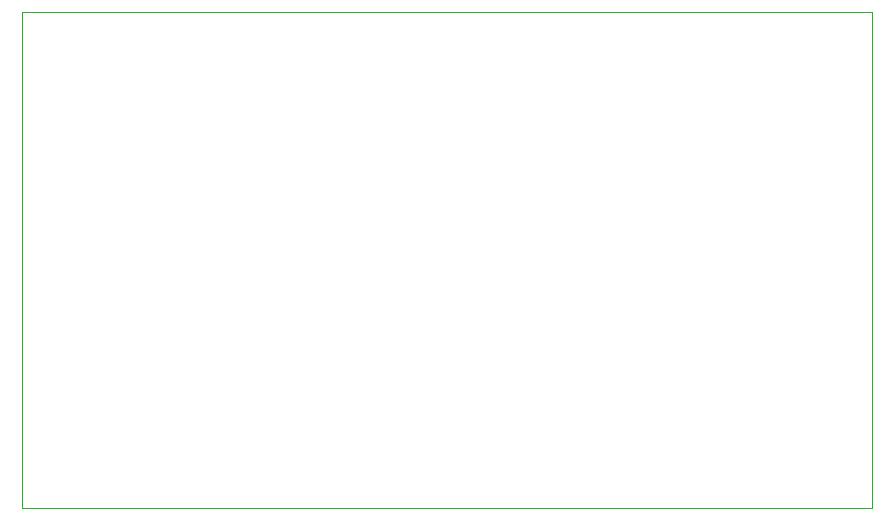
<source format=gbr>
%TF.GenerationSoftware,KiCad,Pcbnew,6.0.2+dfsg-1*%
%TF.CreationDate,2022-06-15T14:14:27+02:00*%
%TF.ProjectId,accra_A,61636372-615f-4412-9e6b-696361645f70,rev?*%
%TF.SameCoordinates,Original*%
%TF.FileFunction,Profile,NP*%
%FSLAX46Y46*%
G04 Gerber Fmt 4.6, Leading zero omitted, Abs format (unit mm)*
G04 Created by KiCad (PCBNEW 6.0.2+dfsg-1) date 2022-06-15 14:14:27*
%MOMM*%
%LPD*%
G01*
G04 APERTURE LIST*
%TA.AperFunction,Profile*%
%ADD10C,0.050000*%
%TD*%
G04 APERTURE END LIST*
D10*
X112501100Y-126003600D02*
X112501100Y-84003600D01*
X184501100Y-126003600D02*
X112501100Y-126003600D01*
X184501100Y-84003600D02*
X184501100Y-126003600D01*
X112501100Y-84003600D02*
X184501100Y-84003600D01*
M02*

</source>
